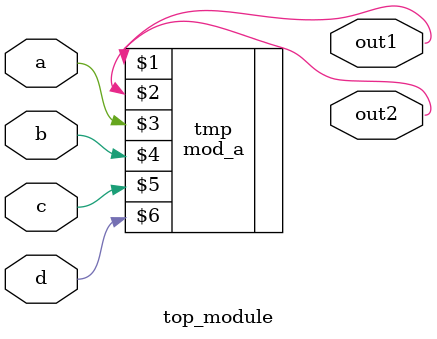
<source format=v>
module top_module (input a,
                   input b,
                   input c,
                   input d,
                   output out1,
                   output out2
                   );
    mod_a tmp(out1,out2,a,b,c,d);
endmodule

</source>
